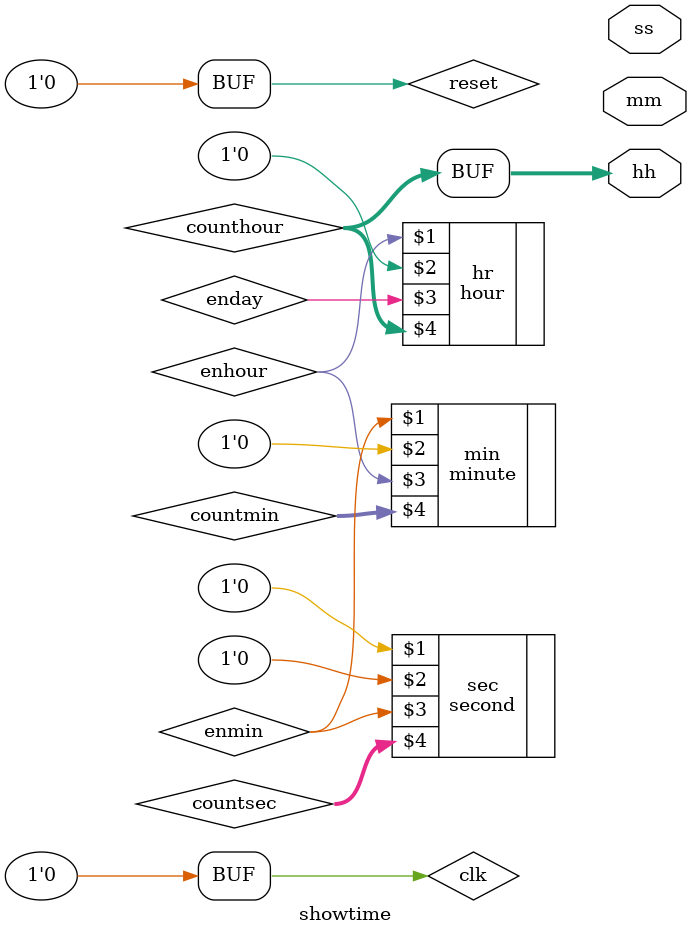
<source format=v>
`timescale 1ns / 1ps


module showtime(output[0:5]hh,mm,ss);
    reg clk=0,reset=0;
    wire enmin;
    wire enhour;
    wire enday;
    wire[0:5]countsec,countmin,counthour;
    second sec(clk,reset,enmin,countsec);
    minute min(enmin,reset,enhour,countmin);
    hour hr(enhour,reset,enday,counthour);
    assign hh=counthour;
    endmodule

</source>
